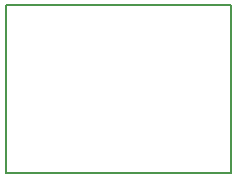
<source format=gko>
G04*
G04 #@! TF.GenerationSoftware,Altium Limited,Altium Designer,18.0.7 (293)*
G04*
G04 Layer_Color=16711935*
%FSLAX25Y25*%
%MOIN*%
G70*
G01*
G75*
%ADD10C,0.00500*%
D10*
X75000Y0D02*
Y2000D01*
X0Y0D02*
X75000D01*
Y2000D02*
Y56000D01*
X0D02*
X75000D01*
X0Y0D02*
Y56000D01*
M02*

</source>
